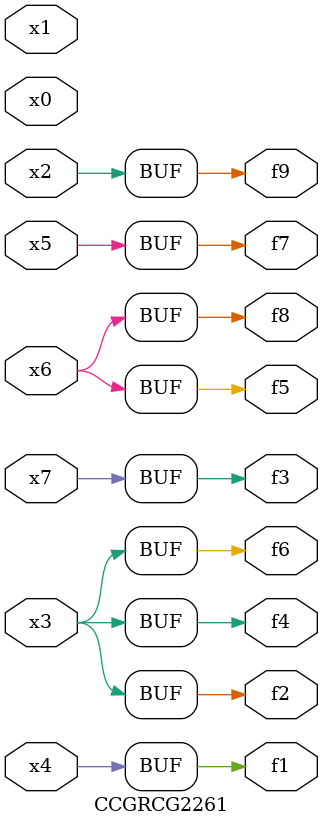
<source format=v>
module CCGRCG2261(
	input x0, x1, x2, x3, x4, x5, x6, x7,
	output f1, f2, f3, f4, f5, f6, f7, f8, f9
);
	assign f1 = x4;
	assign f2 = x3;
	assign f3 = x7;
	assign f4 = x3;
	assign f5 = x6;
	assign f6 = x3;
	assign f7 = x5;
	assign f8 = x6;
	assign f9 = x2;
endmodule

</source>
